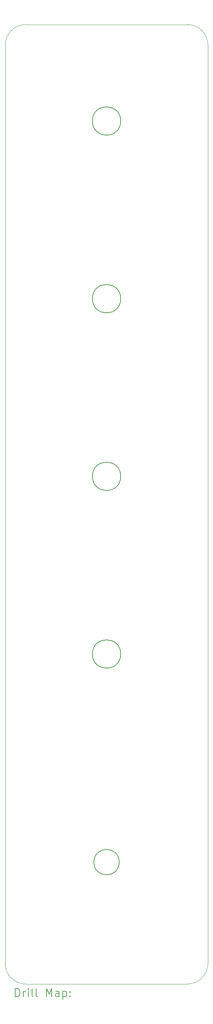
<source format=gbr>
%FSLAX45Y45*%
G04 Gerber Fmt 4.5, Leading zero omitted, Abs format (unit mm)*
G04 Created by KiCad (PCBNEW 6.0.5+dfsg-1~bpo11+1) date 2022-08-10 11:57:28*
%MOMM*%
%LPD*%
G01*
G04 APERTURE LIST*
%TA.AperFunction,Profile*%
%ADD10C,0.100000*%
%TD*%
%TA.AperFunction,Profile*%
%ADD11C,0.150000*%
%TD*%
%ADD12C,0.200000*%
G04 APERTURE END LIST*
D10*
X8064500Y-26035000D02*
G75*
G03*
X8572500Y-25527000I0J508000D01*
G01*
X8572500Y-25527000D02*
X8572500Y-2540000D01*
D11*
X6387500Y-17780000D02*
G75*
G03*
X6387500Y-17780000I-355000J0D01*
G01*
D10*
X8572500Y-2540000D02*
G75*
G03*
X8064500Y-2032000I-508000J0D01*
G01*
X3492500Y-2540000D02*
X3492500Y-25527000D01*
X8064500Y-2032000D02*
X4000500Y-2032000D01*
X3492500Y-25527000D02*
G75*
G03*
X4000500Y-26035000I508000J0D01*
G01*
D11*
X6350000Y-22987000D02*
G75*
G03*
X6350000Y-22987000I-317500J0D01*
G01*
D10*
X4000500Y-26035000D02*
X8064500Y-26035000D01*
D11*
X6387500Y-8890000D02*
G75*
G03*
X6387500Y-8890000I-355000J0D01*
G01*
X6387500Y-4445000D02*
G75*
G03*
X6387500Y-4445000I-355000J0D01*
G01*
X6387500Y-13335000D02*
G75*
G03*
X6387500Y-13335000I-355000J0D01*
G01*
D10*
X4000500Y-2032000D02*
G75*
G03*
X3492500Y-2540000I0J-508000D01*
G01*
D12*
X3745119Y-26350476D02*
X3745119Y-26150476D01*
X3792738Y-26150476D01*
X3821309Y-26160000D01*
X3840357Y-26179048D01*
X3849881Y-26198095D01*
X3859405Y-26236190D01*
X3859405Y-26264762D01*
X3849881Y-26302857D01*
X3840357Y-26321905D01*
X3821309Y-26340952D01*
X3792738Y-26350476D01*
X3745119Y-26350476D01*
X3945119Y-26350476D02*
X3945119Y-26217143D01*
X3945119Y-26255238D02*
X3954643Y-26236190D01*
X3964167Y-26226667D01*
X3983214Y-26217143D01*
X4002262Y-26217143D01*
X4068928Y-26350476D02*
X4068928Y-26217143D01*
X4068928Y-26150476D02*
X4059405Y-26160000D01*
X4068928Y-26169524D01*
X4078452Y-26160000D01*
X4068928Y-26150476D01*
X4068928Y-26169524D01*
X4192738Y-26350476D02*
X4173690Y-26340952D01*
X4164167Y-26321905D01*
X4164167Y-26150476D01*
X4297500Y-26350476D02*
X4278452Y-26340952D01*
X4268929Y-26321905D01*
X4268929Y-26150476D01*
X4526071Y-26350476D02*
X4526071Y-26150476D01*
X4592738Y-26293333D01*
X4659405Y-26150476D01*
X4659405Y-26350476D01*
X4840357Y-26350476D02*
X4840357Y-26245714D01*
X4830833Y-26226667D01*
X4811786Y-26217143D01*
X4773690Y-26217143D01*
X4754643Y-26226667D01*
X4840357Y-26340952D02*
X4821310Y-26350476D01*
X4773690Y-26350476D01*
X4754643Y-26340952D01*
X4745119Y-26321905D01*
X4745119Y-26302857D01*
X4754643Y-26283809D01*
X4773690Y-26274286D01*
X4821310Y-26274286D01*
X4840357Y-26264762D01*
X4935595Y-26217143D02*
X4935595Y-26417143D01*
X4935595Y-26226667D02*
X4954643Y-26217143D01*
X4992738Y-26217143D01*
X5011786Y-26226667D01*
X5021310Y-26236190D01*
X5030833Y-26255238D01*
X5030833Y-26312381D01*
X5021310Y-26331428D01*
X5011786Y-26340952D01*
X4992738Y-26350476D01*
X4954643Y-26350476D01*
X4935595Y-26340952D01*
X5116548Y-26331428D02*
X5126071Y-26340952D01*
X5116548Y-26350476D01*
X5107024Y-26340952D01*
X5116548Y-26331428D01*
X5116548Y-26350476D01*
X5116548Y-26226667D02*
X5126071Y-26236190D01*
X5116548Y-26245714D01*
X5107024Y-26236190D01*
X5116548Y-26226667D01*
X5116548Y-26245714D01*
M02*

</source>
